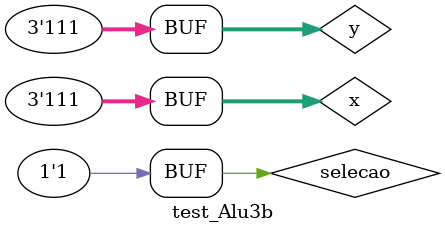
<source format=v>
module Alu3b (output [2:0] s, output carryOut, output zero, input [2:0] a, input [2:0] b, input selecao);
       wire carryOut1, carryOut2;
       wire [2:0] s1;
       xor X1(s1[0],b[0],selecao);
       xor X2(s1[1],b[1],selecao);
       xor X3(s1[2],b[2],selecao);
       fullAdder1b FA1(s[0],carryOut1,a[0],s1[0],selecao);
       fullAdder1b FA2(s[1],carryOut2,a[1],s1[1],carryOut1);
       fullAdder1b FA3(s[2],carryOut,a[2],s1[2],carryOut2);
       isZero Z1(zero, s);
endmodule
// -------------------------
// full adder 1 bit
// -------------------------
module fullAdder1b (output s, output carryOut, input a, input b, input carryIn);
       wire s1, s2, s3, s4;
       xor X4(s1, a, b);
       xor X5(s, s1, carryIn);
       and A1(s2, a, b);
       and A2(s3, a, carryIn);
       and A3(s4, carryIn, b);
       or O1(carryOut, s2, s3, s4);
endmodule
// -------------------------
// verifica se a entrada esta em zero, 3 bits
// -------------------------
module isZero(output s, input [2:0] a);
       nor NO1(s, a[0], a[1], a[2]);
endmodule
// Testes
module test_Alu3b;
       // ------------------------- definir dados
       reg [2:0] x;
       reg [2:0] y;
       reg selecao;
       wire carryOUT;
       wire zeroFlag;
       wire [2:0] somaSub;
       Alu3b A31(somaSub, carryOUT, zeroFlag, x, y, selecao);
       // ------------------------- parte principal
       initial begin
               $display("Exemplo0032 - Willian Antonio dos Santos - 462020");
               $display("Test ALU's Somador e Subtrator Algebrico com zero flag.\n");
               $display("CarryOUT nao tem valor na representacao, ja que estaria acima do sinal(bit 3)\n( Embora faca parte do somador/subtrator completo ).\n");
               $display("\nSe selecao (+-) for igual a 0 entao e' realizado soma, se 1 subtracao.\n");
               x = 0; y = 0; selecao = 0;
               $monitor("Valor1: %3b | (+-) : %b | Valor2: %3b = %3b | CarryOut: %b | Zero Flag = %b", x, selecao, y, somaSub, carryOUT, zeroFlag);
               repeat (7) begin
                      #1 y = y + 1;
               end
               #1 $display("------------------------------------------------------------------------");
               repeat (7) begin
                      #1 x = x + 1;y = y + 1;
                      repeat (7) begin
                             #1 y = y + 1;
                      end
                      #1 $display("------------------------------------------------------------------------");
               end
               #1 x = 0; y = 0; selecao = 1;
               repeat (7) begin
                      #1 y = y + 1;
               end
               #1 $display("------------------------------------------------------------------------");
               repeat (7) begin
                      #1 x = x + 1;y = y + 1;
                      repeat (7) begin
                             #1 y = y + 1;
                      end
                      #1 $display("------------------------------------------------------------------------");
               end
       end
endmodule
</source>
